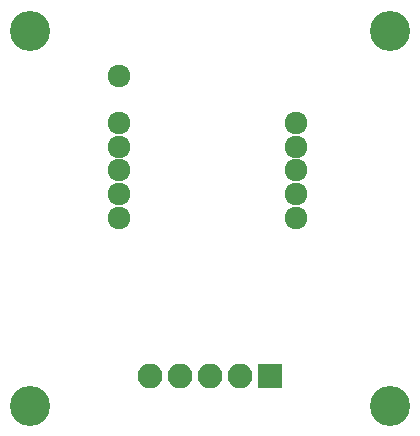
<source format=gbr>
G04 #@! TF.FileFunction,Soldermask,Bot*
%FSLAX46Y46*%
G04 Gerber Fmt 4.6, Leading zero omitted, Abs format (unit mm)*
G04 Created by KiCad (PCBNEW 4.0.6-e0-6349~53~ubuntu16.04.1) date Wed Mar  1 16:08:09 2017*
%MOMM*%
%LPD*%
G01*
G04 APERTURE LIST*
%ADD10C,0.100000*%
%ADD11C,1.924000*%
%ADD12C,3.400000*%
%ADD13R,2.100000X2.100000*%
%ADD14O,2.100000X2.100000*%
G04 APERTURE END LIST*
D10*
D11*
X202880000Y-117050000D03*
X202880000Y-119050000D03*
X202880000Y-121050000D03*
X202880000Y-123050000D03*
X202880000Y-125050000D03*
X187880000Y-117050000D03*
X187880000Y-119050000D03*
X187880000Y-121050000D03*
X187880000Y-123050000D03*
X187880000Y-125050000D03*
X187880000Y-113050000D03*
D12*
X180340000Y-109220000D03*
X210820000Y-109220000D03*
X180340000Y-140970000D03*
X210820000Y-140970000D03*
D13*
X200660000Y-138430000D03*
D14*
X198120000Y-138430000D03*
X195580000Y-138430000D03*
X193040000Y-138430000D03*
X190500000Y-138430000D03*
M02*

</source>
